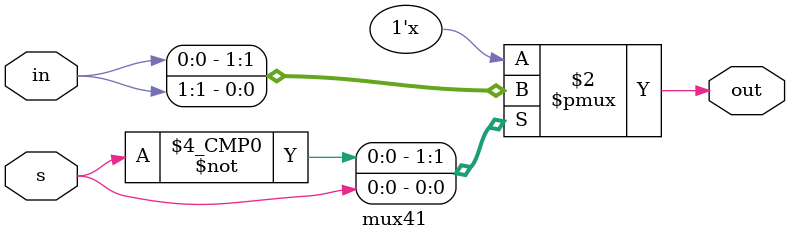
<source format=v>

module mux41(out, in, s);

input [3:0] in;
input s;

output reg out;

always @(*)
begin
	case(s)
	
		2'b00 : out = in[0];
		2'b01 : out = in[1];
		2'b10 : out = in[2];
		2'b11 : out = in[3];
	endcase
end
	endmodule

</source>
